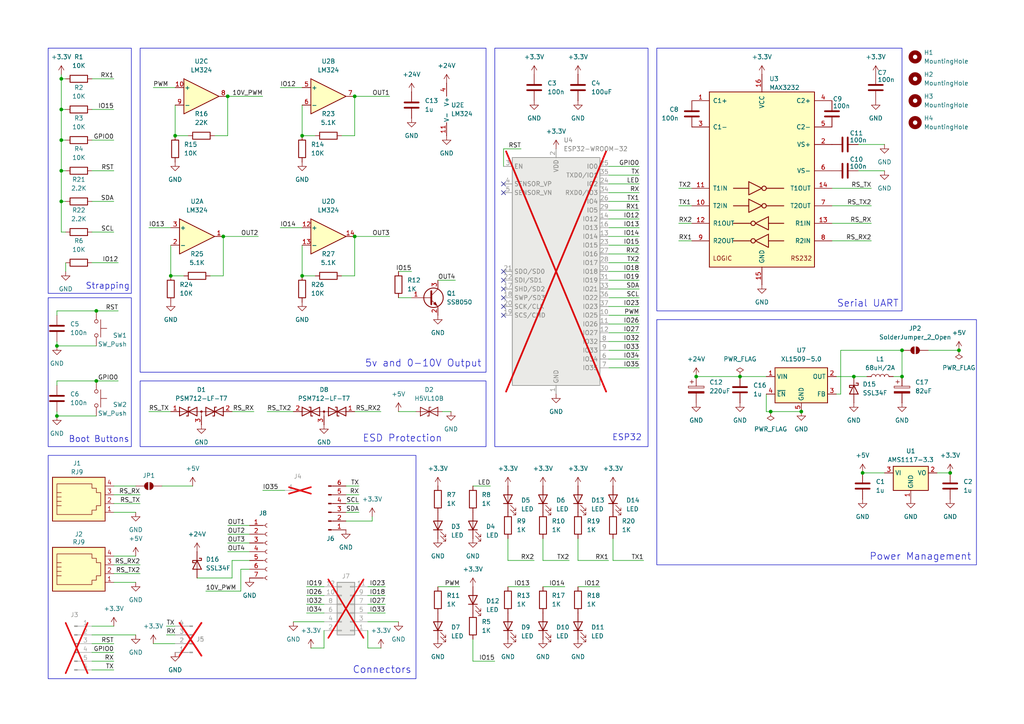
<source format=kicad_sch>
(kicad_sch (version 20250114) (generator "eeschema") (generator_version "9.0")
  (paper "A4")
  (rectangle (start 13.97 86.36) (end 38.1 129.54))
  (rectangle (start 40.64 110.49) (end 140.97 129.54))
  (rectangle (start 190.5 13.97) (end 261.62 90.17))
  (rectangle (start 13.97 13.97) (end 38.1 85.09))
  (rectangle (start 40.64 13.97) (end 140.97 107.95))
  (rectangle (start 143.51 13.97) (end 187.96 129.54))
  (rectangle (start 13.97 132.08) (end 120.65 196.85))
  (rectangle (start 190.5 92.71) (end 283.21 163.83))
  (text "ESP32" (at 181.864 127 0) (effects (font (size 1.778 1.778))))
  (text "5v and 0-10V Output" (at 139.7 106.68 0) (effects (font (size 2.032 2.032)) (justify right bottom)))
  (text "Boot Buttons" (at 28.702 127.508 0) (effects (font (size 1.778 1.778))))
  (text "Strapping" (at 31.242 83.058 0) (effects (font (size 1.778 1.778))))
  (text "Power Management" (at 266.954 161.544 0) (effects (font (size 2.032 2.032))))
  (text "Serial UART" (at 251.714 88.138 0) (effects (font (size 2.032 2.032))))
  (text "Connectors" (at 119.38 195.58 0) (effects (font (size 2.032 2.032)) (justify right bottom)))
  (text "ESD Protection" (at 105.156 127.254 0) (effects (font (size 2.032 2.032)) (justify left)))
  (junction (at 16.51 120.65))
  (junction (at 16.51 100.33))
  (junction (at 17.78 58.42))
  (junction (at 50.8 39.37))
  (junction (at 223.52 119.38))
  (junction (at 17.78 49.53))
  (junction (at 261.62 101.6))
  (junction (at 261.62 109.22))
  (junction (at 232.41 119.38))
  (junction (at 201.93 109.22))
  (junction (at 87.63 39.37))
  (junction (at 64.77 68.58))
  (junction (at 17.78 22.86))
  (junction (at 278.13 101.6))
  (junction (at 27.94 90.17))
  (junction (at 17.78 31.75))
  (junction (at 66.04 27.94))
  (junction (at 17.78 40.64))
  (junction (at 87.63 80.01))
  (junction (at 27.94 110.49))
  (junction (at 214.63 109.22))
  (junction (at 49.53 80.01))
  (junction (at 275.59 137.16))
  (junction (at 247.65 109.22))
  (junction (at 250.19 137.16))
  (junction (at 102.87 27.94))
  (junction (at 102.87 68.58))
  (no_connect (at 146.05 55.88))
  (no_connect (at 146.05 91.44))
  (no_connect (at 146.05 86.36))
  (no_connect (at 146.05 78.74))
  (no_connect (at 146.05 88.9))
  (no_connect (at 146.05 83.82))
  (no_connect (at 146.05 81.28))
  (no_connect (at 146.05 53.34))
  (wire (pts (xy 147.32 162.56) (xy 147.32 156.21)))
  (wire (pts (xy 261.62 109.22) (xy 261.62 101.6)))
  (wire (pts (xy 33.02 168.91) (xy 39.37 168.91)))
  (wire (pts (xy 176.53 162.56) (xy 167.64 162.56)))
  (wire (pts (xy 100.33 140.97) (xy 104.14 140.97)))
  (wire (pts (xy 176.53 55.88) (xy 185.42 55.88)))
  (wire (pts (xy 271.78 137.16) (xy 275.59 137.16)))
  (wire (pts (xy 57.15 167.64) (xy 67.31 167.64)))
  (wire (pts (xy 110.49 119.38) (xy 102.87 119.38)))
  (wire (pts (xy 64.77 80.01) (xy 64.77 68.58)))
  (wire (pts (xy 143.51 191.77) (xy 137.16 191.77)))
  (wire (pts (xy 77.47 119.38) (xy 85.09 119.38)))
  (wire (pts (xy 173.99 170.18) (xy 167.64 170.18)))
  (wire (pts (xy 176.53 91.44) (xy 185.42 91.44)))
  (wire (pts (xy 248.92 41.91) (xy 256.54 41.91)))
  (wire (pts (xy 69.85 165.1) (xy 72.39 165.1)))
  (wire (pts (xy 26.67 184.15) (xy 39.37 184.15)))
  (wire (pts (xy 26.67 194.31) (xy 33.02 194.31)))
  (wire (pts (xy 93.98 187.96) (xy 93.98 182.88)))
  (wire (pts (xy 50.8 39.37) (xy 50.8 30.48)))
  (wire (pts (xy 223.52 119.38) (xy 232.41 119.38)))
  (wire (pts (xy 60.96 80.01) (xy 64.77 80.01)))
  (wire (pts (xy 67.31 162.56) (xy 72.39 162.56)))
  (wire (pts (xy 133.35 170.18) (xy 127 170.18)))
  (wire (pts (xy 62.23 39.37) (xy 66.04 39.37)))
  (wire (pts (xy 88.9 172.72) (xy 93.98 172.72)))
  (wire (pts (xy 50.8 181.61) (xy 48.26 181.61)))
  (wire (pts (xy 66.04 152.4) (xy 72.39 152.4)))
  (wire (pts (xy 100.33 143.51) (xy 104.14 143.51)))
  (wire (pts (xy 90.17 187.96) (xy 93.98 187.96)))
  (wire (pts (xy 241.3 69.85) (xy 252.73 69.85)))
  (wire (pts (xy 153.67 170.18) (xy 147.32 170.18)))
  (wire (pts (xy 222.25 119.38) (xy 223.52 119.38)))
  (wire (pts (xy 44.45 25.4) (xy 50.8 25.4)))
  (wire (pts (xy 26.67 76.2) (xy 34.29 76.2)))
  (wire (pts (xy 113.03 27.94) (xy 102.87 27.94)))
  (wire (pts (xy 176.53 60.96) (xy 185.42 60.96)))
  (wire (pts (xy 26.67 49.53) (xy 33.02 49.53)))
  (wire (pts (xy 43.18 119.38) (xy 49.53 119.38)))
  (wire (pts (xy 167.64 162.56) (xy 167.64 156.21)))
  (wire (pts (xy 151.13 43.18) (xy 146.05 43.18)))
  (wire (pts (xy 19.05 67.31) (xy 17.78 67.31)))
  (wire (pts (xy 111.76 172.72) (xy 106.68 172.72)))
  (wire (pts (xy 242.57 109.22) (xy 247.65 109.22)))
  (wire (pts (xy 40.64 146.05) (xy 33.02 146.05)))
  (wire (pts (xy 17.78 67.31) (xy 17.78 58.42)))
  (wire (pts (xy 176.53 63.5) (xy 185.42 63.5)))
  (wire (pts (xy 176.53 73.66) (xy 185.42 73.66)))
  (wire (pts (xy 93.98 175.26) (xy 88.9 175.26)))
  (wire (pts (xy 33.02 148.59) (xy 39.37 148.59)))
  (wire (pts (xy 16.51 120.65) (xy 27.94 120.65)))
  (wire (pts (xy 99.06 39.37) (xy 102.87 39.37)))
  (wire (pts (xy 26.67 22.86) (xy 33.02 22.86)))
  (wire (pts (xy 176.53 86.36) (xy 185.42 86.36)))
  (wire (pts (xy 76.2 27.94) (xy 66.04 27.94)))
  (wire (pts (xy 40.64 163.83) (xy 33.02 163.83)))
  (wire (pts (xy 33.02 161.29) (xy 39.37 161.29)))
  (wire (pts (xy 106.68 177.8) (xy 111.76 177.8)))
  (wire (pts (xy 26.67 186.69) (xy 33.02 186.69)))
  (wire (pts (xy 27.94 90.17) (xy 16.51 90.17)))
  (wire (pts (xy 50.8 186.69) (xy 44.45 186.69)))
  (wire (pts (xy 157.48 162.56) (xy 157.48 156.21)))
  (wire (pts (xy 259.08 109.22) (xy 261.62 109.22)))
  (wire (pts (xy 111.76 170.18) (xy 106.68 170.18)))
  (wire (pts (xy 59.69 171.45) (xy 69.85 171.45)))
  (wire (pts (xy 120.65 119.38) (xy 115.57 119.38)))
  (wire (pts (xy 26.67 181.61) (xy 33.02 181.61)))
  (wire (pts (xy 185.42 78.74) (xy 176.53 78.74)))
  (wire (pts (xy 87.63 39.37) (xy 87.63 30.48)))
  (wire (pts (xy 185.42 81.28) (xy 176.53 81.28)))
  (wire (pts (xy 278.13 101.6) (xy 269.24 101.6)))
  (wire (pts (xy 186.69 162.56) (xy 177.8 162.56)))
  (wire (pts (xy 81.28 25.4) (xy 87.63 25.4)))
  (wire (pts (xy 66.04 160.02) (xy 72.39 160.02)))
  (wire (pts (xy 40.64 166.37) (xy 33.02 166.37)))
  (wire (pts (xy 69.85 165.1) (xy 69.85 171.45)))
  (wire (pts (xy 19.05 22.86) (xy 17.78 22.86)))
  (wire (pts (xy 88.9 170.18) (xy 93.98 170.18)))
  (wire (pts (xy 106.68 180.34) (xy 115.57 180.34)))
  (wire (pts (xy 17.78 58.42) (xy 17.78 49.53)))
  (wire (pts (xy 185.42 101.6) (xy 176.53 101.6)))
  (wire (pts (xy 27.94 110.49) (xy 34.29 110.49)))
  (wire (pts (xy 214.63 109.22) (xy 222.25 109.22)))
  (wire (pts (xy 73.66 119.38) (xy 67.31 119.38)))
  (wire (pts (xy 67.31 167.64) (xy 67.31 162.56)))
  (wire (pts (xy 163.83 170.18) (xy 157.48 170.18)))
  (wire (pts (xy 16.51 111.76) (xy 16.51 110.49)))
  (wire (pts (xy 17.78 31.75) (xy 19.05 31.75)))
  (wire (pts (xy 34.29 90.17) (xy 27.94 90.17)))
  (wire (pts (xy 66.04 154.94) (xy 72.39 154.94)))
  (wire (pts (xy 196.85 64.77) (xy 200.66 64.77)))
  (wire (pts (xy 176.53 53.34) (xy 185.42 53.34)))
  (wire (pts (xy 137.16 191.77) (xy 137.16 185.42)))
  (wire (pts (xy 196.85 54.61) (xy 200.66 54.61)))
  (wire (pts (xy 16.51 100.33) (xy 27.94 100.33)))
  (wire (pts (xy 16.51 110.49) (xy 27.94 110.49)))
  (wire (pts (xy 243.84 101.6) (xy 243.84 114.3)))
  (wire (pts (xy 33.02 31.75) (xy 26.67 31.75)))
  (wire (pts (xy 185.42 88.9) (xy 176.53 88.9)))
  (wire (pts (xy 165.1 162.56) (xy 157.48 162.56)))
  (wire (pts (xy 106.68 187.96) (xy 106.68 182.88)))
  (wire (pts (xy 16.51 100.33) (xy 16.51 99.06)))
  (wire (pts (xy 33.02 140.97) (xy 39.37 140.97)))
  (wire (pts (xy 66.04 39.37) (xy 66.04 27.94)))
  (wire (pts (xy 261.62 101.6) (xy 243.84 101.6)))
  (wire (pts (xy 176.53 83.82) (xy 185.42 83.82)))
  (wire (pts (xy 17.78 40.64) (xy 17.78 31.75)))
  (wire (pts (xy 115.57 78.74) (xy 119.38 78.74)))
  (wire (pts (xy 99.06 80.01) (xy 102.87 80.01)))
  (wire (pts (xy 16.51 119.38) (xy 16.51 120.65)))
  (wire (pts (xy 26.67 191.77) (xy 33.02 191.77)))
  (wire (pts (xy 50.8 39.37) (xy 54.61 39.37)))
  (wire (pts (xy 176.53 71.12) (xy 185.42 71.12)))
  (wire (pts (xy 222.25 114.3) (xy 222.25 119.38)))
  (wire (pts (xy 176.53 76.2) (xy 185.42 76.2)))
  (wire (pts (xy 85.09 180.34) (xy 93.98 180.34)))
  (wire (pts (xy 16.51 90.17) (xy 16.51 91.44)))
  (wire (pts (xy 185.42 93.98) (xy 176.53 93.98)))
  (wire (pts (xy 241.3 54.61) (xy 252.73 54.61)))
  (wire (pts (xy 146.05 43.18) (xy 146.05 48.26)))
  (wire (pts (xy 76.2 142.24) (xy 82.55 142.24)))
  (wire (pts (xy 104.14 148.59) (xy 100.33 148.59)))
  (wire (pts (xy 176.53 68.58) (xy 185.42 68.58)))
  (wire (pts (xy 176.53 66.04) (xy 185.42 66.04)))
  (wire (pts (xy 107.95 151.13) (xy 100.33 151.13)))
  (wire (pts (xy 241.3 59.69) (xy 252.73 59.69)))
  (wire (pts (xy 17.78 21.59) (xy 17.78 22.86)))
  (wire (pts (xy 19.05 78.74) (xy 19.05 76.2)))
  (wire (pts (xy 87.63 80.01) (xy 87.63 71.12)))
  (wire (pts (xy 128.27 119.38) (xy 130.81 119.38)))
  (wire (pts (xy 154.94 162.56) (xy 147.32 162.56)))
  (wire (pts (xy 201.93 109.22) (xy 214.63 109.22)))
  (wire (pts (xy 106.68 175.26) (xy 111.76 175.26)))
  (wire (pts (xy 87.63 39.37) (xy 91.44 39.37)))
  (wire (pts (xy 176.53 58.42) (xy 185.42 58.42)))
  (wire (pts (xy 19.05 40.64) (xy 17.78 40.64)))
  (wire (pts (xy 33.02 40.64) (xy 26.67 40.64)))
  (wire (pts (xy 49.53 80.01) (xy 53.34 80.01)))
  (wire (pts (xy 185.42 104.14) (xy 176.53 104.14)))
  (wire (pts (xy 241.3 64.77) (xy 252.73 64.77)))
  (wire (pts (xy 26.67 189.23) (xy 33.02 189.23)))
  (wire (pts (xy 113.03 68.58) (xy 102.87 68.58)))
  (wire (pts (xy 26.67 58.42) (xy 33.02 58.42)))
  (wire (pts (xy 19.05 49.53) (xy 17.78 49.53)))
  (wire (pts (xy 247.65 109.22) (xy 251.46 109.22)))
  (wire (pts (xy 49.53 80.01) (xy 49.53 71.12)))
  (wire (pts (xy 17.78 22.86) (xy 17.78 31.75)))
  (wire (pts (xy 46.99 140.97) (xy 55.88 140.97)))
  (wire (pts (xy 119.38 86.36) (xy 115.57 86.36)))
  (wire (pts (xy 43.18 66.04) (xy 49.53 66.04)))
  (wire (pts (xy 142.24 140.97) (xy 137.16 140.97)))
  (wire (pts (xy 196.85 69.85) (xy 200.66 69.85)))
  (wire (pts (xy 107.95 149.86) (xy 107.95 151.13)))
  (wire (pts (xy 243.84 114.3) (xy 242.57 114.3)))
  (wire (pts (xy 93.98 177.8) (xy 88.9 177.8)))
  (wire (pts (xy 81.28 66.04) (xy 87.63 66.04)))
  (wire (pts (xy 17.78 49.53) (xy 17.78 40.64)))
  (wire (pts (xy 248.92 49.53) (xy 256.54 49.53)))
  (wire (pts (xy 104.14 146.05) (xy 100.33 146.05)))
  (wire (pts (xy 176.53 48.26) (xy 185.42 48.26)))
  (wire (pts (xy 66.04 157.48) (xy 72.39 157.48)))
  (wire (pts (xy 87.63 80.01) (xy 91.44 80.01)))
  (wire (pts (xy 177.8 162.56) (xy 177.8 156.21)))
  (wire (pts (xy 102.87 80.01) (xy 102.87 68.58)))
  (wire (pts (xy 110.49 187.96) (xy 106.68 187.96)))
  (wire (pts (xy 17.78 58.42) (xy 19.05 58.42)))
  (wire (pts (xy 176.53 50.8) (xy 185.42 50.8)))
  (wire (pts (xy 74.93 68.58) (xy 64.77 68.58)))
  (wire (pts (xy 200.66 59.69) (xy 196.85 59.69)))
  (wire (pts (xy 50.8 184.15) (xy 48.26 184.15)))
  (wire (pts (xy 26.67 67.31) (xy 33.02 67.31)))
  (wire (pts (xy 40.64 143.51) (xy 33.02 143.51)))
  (wire (pts (xy 250.19 137.16) (xy 256.54 137.16)))
  (wire (pts (xy 185.42 99.06) (xy 176.53 99.06)))
  (wire (pts (xy 185.42 106.68) (xy 176.53 106.68)))
  (wire (pts (xy 102.87 39.37) (xy 102.87 27.94)))
  (wire (pts (xy 127 81.28) (xy 132.08 81.28)))
  (wire (pts (xy 185.42 96.52) (xy 176.53 96.52)))
  (label "RX" (at 48.26 184.15 0))
  (label "IO33" (at 185.42 101.6 180))
  (label "IO13" (at 153.67 170.18 180))
  (label "OUT2" (at 66.04 154.94 0))
  (label "RX2" (at 185.42 73.66 180))
  (label "RST" (at 33.02 186.69 180))
  (label "GPIO0" (at 34.29 110.49 180))
  (label "OUT4" (at 66.04 160.02 0))
  (label "PWM" (at 133.35 170.18 180))
  (label "RST" (at 33.02 49.53 180))
  (label "IO23" (at 111.76 170.18 180))
  (label "RS_TX2" (at 252.73 59.69 180))
  (label "IO33" (at 111.76 177.8 180))
  (label "RS_TX" (at 252.73 54.61 180))
  (label "RS_TX2" (at 77.47 119.38 0))
  (label "IO34" (at 88.9 177.8 0))
  (label "IO27" (at 185.42 96.52 180))
  (label "IO14" (at 163.83 170.18 180))
  (label "TX" (at 33.02 194.31 180))
  (label "SDA" (at 185.42 83.82 180))
  (label "LED" (at 185.42 53.34 180))
  (label "IO32" (at 185.42 99.06 180))
  (label "IO35" (at 185.42 106.68 180))
  (label "IO15" (at 185.42 71.12 180))
  (label "TX" (at 104.14 140.97 180))
  (label "IO26" (at 185.42 93.98 180))
  (label "RX1" (at 185.42 60.96 180))
  (label "IO13" (at 43.18 66.04 0))
  (label "IO35" (at 76.2 142.24 0))
  (label "OUT3" (at 66.04 157.48 0))
  (label "IO19" (at 88.9 170.18 0))
  (label "IO18" (at 185.42 78.74 180))
  (label "RX1" (at 176.53 162.56 180))
  (label "RS_RX" (at 40.64 143.51 180))
  (label "SCL" (at 185.42 86.36 180))
  (label "RS_RX" (at 252.73 64.77 180))
  (label "OUT3" (at 113.03 68.58 180))
  (label "TX1" (at 186.69 162.56 180))
  (label "TX2" (at 196.85 54.61 0))
  (label "IO19" (at 185.42 81.28 180))
  (label "RX2" (at 154.94 162.56 180))
  (label "RX" (at 33.02 191.77 180))
  (label "OUT4" (at 132.08 81.28 180))
  (label "SDA" (at 33.02 58.42 180))
  (label "GPIO0" (at 185.42 48.26 180))
  (label "RX" (at 185.42 55.88 180))
  (label "IO32" (at 88.9 175.26 0))
  (label "RS_RX2" (at 40.64 163.83 180))
  (label "OUT1" (at 113.03 27.94 180))
  (label "PWM" (at 44.45 25.4 0))
  (label "RS_TX2" (at 40.64 166.37 180))
  (label "LED" (at 142.24 140.97 180))
  (label "RS_RX2" (at 110.49 119.38 180))
  (label "RX1" (at 33.02 22.86 180))
  (label "RS_TX" (at 40.64 146.05 180))
  (label "RX2" (at 196.85 64.77 0))
  (label "IO12" (at 185.42 63.5 180))
  (label "TX2" (at 165.1 162.56 180))
  (label "IO14" (at 185.42 68.58 180))
  (label "GPIO0" (at 33.02 40.64 180))
  (label "RX1" (at 196.85 69.85 0))
  (label "IO23" (at 185.42 88.9 180))
  (label "IO15" (at 143.51 191.77 180))
  (label "RX" (at 104.14 143.51 180))
  (label "SCL" (at 104.14 146.05 180))
  (label "TX1" (at 185.42 58.42 180))
  (label "PWM" (at 185.42 91.44 180))
  (label "RS_RX" (at 73.66 119.38 180))
  (label "IO26" (at 88.9 172.72 0))
  (label "OUT2" (at 74.93 68.58 180))
  (label "RST" (at 34.29 90.17 180))
  (label "IO18" (at 111.76 172.72 180))
  (label "SDA" (at 104.14 148.59 180))
  (label "OUT1" (at 66.04 152.4 0))
  (label "IO12" (at 34.29 76.2 180))
  (label "IO27" (at 111.76 175.26 180))
  (label "IO34" (at 185.42 104.14 180))
  (label "IO12" (at 173.99 170.18 180))
  (label "RS_TX" (at 43.18 119.38 0))
  (label "TX2" (at 185.42 76.2 180))
  (label "IO13" (at 185.42 66.04 180))
  (label "IO15" (at 119.38 78.74 180))
  (label "GPIO0" (at 33.02 189.23 180))
  (label "TX1" (at 196.85 59.69 0))
  (label "10V_PWM" (at 76.2 27.94 180))
  (label "IO14" (at 81.28 66.04 0))
  (label "RST" (at 151.13 43.18 180))
  (label "TX" (at 185.42 50.8 180))
  (label "IO12" (at 81.28 25.4 0))
  (label "RS_RX2" (at 252.73 69.85 180))
  (label "SCL" (at 33.02 67.31 180))
  (label "10V_PWM" (at 59.69 171.45 0))
  (label "IO15" (at 33.02 31.75 180))
  (label "TX" (at 48.26 181.61 0))
  (symbol (lib_id "Device:L") (at 255.27 109.22 90) (unit 1)
    (property "Reference" "L1" (at 255.27 104.14 90))
    (property "Value" "68uH/2A" (at 255.27 106.68 90))
    (property "Footprint" "Inductor_SMD:L_APV_APH0850" (effects (hide yes)))
    (property "Description" "Inductor" (effects (hide yes)))
    (property "LCSC" "C41415633" (effects (hide yes)))
  )
  (symbol (lib_id "power:GND") (at 127 156.21 0) (unit 1)
    (property "Reference" "#PWR023" (effects (hide yes)))
    (property "Value" "GND" (at 127 161.29 0))
    (property "Description" "Power symbol creates a global label with name \"GND\" , ground" (effects (hide yes)))
  )
  (symbol (lib_id "power:+3.3V") (at 254 21.59 0) (unit 1)
    (property "Reference" "#PWR043" (effects (hide yes)))
    (property "Value" "+3.3V" (at 254 16.51 0))
    (property "Description" "Power symbol creates a global label with name \"+3.3V\"" (effects (hide yes)))
  )
  (symbol (lib_id "power:GND") (at 115.57 180.34 0) (unit 1)
    (property "Reference" "#PWR065" (effects (hide yes)))
    (property "Value" "GND" (at 115.57 185.42 0))
    (property "Description" "Power symbol creates a global label with name \"GND\" , ground" (effects (hide yes)))
  )
  (symbol (lib_id "power:+3.3V") (at 157.48 140.97 0) (unit 1)
    (property "Reference" "#PWR027" (effects (hide yes)))
    (property "Value" "+3.3V" (at 157.48 135.89 0))
    (property "Description" "Power symbol creates a global label with name \"+3.3V\"" (effects (hide yes)))
  )
  (symbol (lib_id "power:GND") (at 264.16 144.78 0) (unit 1)
    (property "Reference" "#PWR06" (effects (hide yes)))
    (property "Value" "GND" (at 264.16 149.86 0))
    (property "Description" "Power symbol creates a global label with name \"GND\" , ground" (effects (hide yes)))
  )
  (symbol (lib_id "power:GND") (at 232.41 119.38 0) (unit 1)
    (property "Reference" "#PWR071" (effects (hide yes)))
    (property "Value" "GND" (at 232.41 124.46 0))
    (property "Description" "Power symbol creates a global label with name \"GND\" , ground" (effects (hide yes)))
  )
  (symbol (lib_id "Device:R") (at 49.53 83.82 180) (unit 1)
    (property "Reference" "R24" (at 52.07 82.5499 0) (effects (justify right)))
    (property "Value" "10K" (at 52.07 85.0899 0) (effects (justify right)))
    (property "Footprint" "Resistor_SMD:R_0402_1005Metric" (effects (hide yes)))
    (property "Description" "Resistor" (effects (hide yes)))
    (property "LCSC" "C25744" (effects (hide yes)))
  )
  (symbol (lib_id "Device:R") (at 87.63 43.18 180) (unit 1)
    (property "Reference" "R14" (at 90.17 41.9099 0) (effects (justify right)))
    (property "Value" "10K" (at 90.17 44.4499 0) (effects (justify right)))
    (property "Footprint" "Resistor_SMD:R_0402_1005Metric" (effects (hide yes)))
    (property "Description" "Resistor" (effects (hide yes)))
    (property "LCSC" "C25744" (effects (hide yes)))
  )
  (symbol (lib_id "Device:D_Schottky") (at 247.65 113.03 270) (unit 1)
    (property "Reference" "D15" (at 250.19 111.4424 90) (effects (justify left)))
    (property "Value" "SSL34F" (at 250.19 113.9824 90) (effects (justify left)))
    (property "Footprint" "Diode_SMD:D_SMA" (effects (hide yes)))
    (property "Description" "Schottky diode" (effects (hide yes)))
    (property "LCSC" "C28646282" (effects (hide yes)))
  )
  (symbol (lib_id "power:GND") (at 127 185.42 0) (unit 1)
    (property "Reference" "#PWR028" (effects (hide yes)))
    (property "Value" "GND" (at 127 190.5 0))
    (property "Description" "Power symbol creates a global label with name \"GND\" , ground" (effects (hide yes)))
  )
  (symbol (lib_id "Device:C") (at 275.59 140.97 0) (unit 1)
    (property "Reference" "C2" (at 279.4 139.6999 0) (effects (justify left)))
    (property "Value" "1u" (at 279.4 142.2399 0) (effects (justify left)))
    (property "Footprint" "Capacitor_SMD:C_0402_1005Metric" (effects (hide yes)))
    (property "Description" "Unpolarized capacitor" (effects (hide yes)))
    (property "LCSC" "C52923" (effects (hide yes)))
  )
  (symbol (lib_id "power:GND") (at 58.42 123.19 0) (unit 1)
    (property "Reference" "#PWR051" (effects (hide yes)))
    (property "Value" "GND" (at 58.42 128.27 0))
    (property "Description" "Power symbol creates a global label with name \"GND\" , ground" (effects (hide yes)))
  )
  (symbol (lib_id "power:+3.3V") (at 275.59 137.16 0) (unit 1)
    (property "Reference" "#PWR02" (effects (hide yes)))
    (property "Value" "+3.3V" (at 275.59 132.08 0))
    (property "Description" "Power symbol creates a global label with name \"+3.3V\"" (effects (hide yes)))
  )
  (symbol (lib_id "Mechanical:MountingHole") (at 265.43 35.56 0) (unit 1) (in_bom no)
    (property "Reference" "H4" (at 267.97 34.2899 0) (effects (justify left)))
    (property "Value" "MountingHole" (at 267.97 36.8299 0) (effects (justify left)))
    (property "Footprint" "MountingHole:MountingHole_3.2mm_M3" (effects (hide yes)))
    (property "Description" "Mounting Hole without connection" (effects (hide yes)))
  )
  (symbol (lib_id "power:GND") (at 256.54 49.53 0) (unit 1)
    (property "Reference" "#PWR031" (effects (hide yes)))
    (property "Value" "GND" (at 256.54 54.61 0))
    (property "Description" "Power symbol creates a global label with name \"GND\" , ground" (effects (hide yes)))
  )
  (symbol (lib_id "Device:C") (at 200.66 33.02 0) (mirror y) (unit 1)
    (property "Reference" "C8" (at 196.85 31.7499 0) (effects (justify left)))
    (property "Value" "100n" (at 196.85 34.2899 0) (effects (justify left)))
    (property "Footprint" "Capacitor_SMD:C_0402_1005Metric" (effects (hide yes)))
    (property "Description" "Unpolarized capacitor" (effects (hide yes)))
    (property "LCSC" "C307331" (effects (hide yes)))
  )
  (symbol (lib_id "power:+3.3V") (at 177.8 140.97 0) (unit 1)
    (property "Reference" "#PWR064" (effects (hide yes)))
    (property "Value" "+3.3V" (at 177.8 135.89 0))
    (property "Description" "Power symbol creates a global label with name \"+3.3V\"" (effects (hide yes)))
  )
  (symbol (lib_id "power:+3.3V") (at 110.49 187.96 0) (unit 1)
    (property "Reference" "#PWR067" (effects (hide yes)))
    (property "Value" "+3.3V" (at 110.49 182.88 0))
    (property "Description" "Power symbol creates a global label with name \"+3.3V\"" (effects (hide yes)))
  )
  (symbol (lib_id "power:+3.3V") (at 137.16 170.18 0) (unit 1)
    (property "Reference" "#PWR029" (effects (hide yes)))
    (property "Value" "+3.3V" (at 137.16 165.1 0))
    (property "Description" "Power symbol creates a global label with name \"+3.3V\"" (effects (hide yes)))
  )
  (symbol (lib_id "Switch:SW_Push") (at 27.94 95.25 270) (unit 1)
    (property "Reference" "SW1" (at 36.83 97.282 90) (effects (justify right)))
    (property "Value" "SW_Push" (at 36.83 99.822 90) (effects (justify right)))
    (property "Footprint" "Button_Switch_SMD:SW_Push_1P1T_XKB_TS-1187A" (effects (hide yes)))
    (property "Description" "Push button switch, generic, two pins" (effects (hide yes)))
    (property "LCSC" "C318884" (effects (hide yes)))
  )
  (symbol (lib_id "power:+3.3V") (at 167.64 140.97 0) (unit 1)
    (property "Reference" "#PWR054" (effects (hide yes)))
    (property "Value" "+3.3V" (at 167.64 135.89 0))
    (property "Description" "Power symbol creates a global label with name \"+3.3V\"" (effects (hide yes)))
  )
  (symbol (lib_id "Device:LED") (at 157.48 181.61 90) (unit 1)
    (property "Reference" "D10" (at 161.29 181.9274 90) (effects (justify right)))
    (property "Value" "LED" (at 161.29 184.4674 90) (effects (justify right)))
    (property "Footprint" "LED_SMD:LED_0603_1608Metric" (effects (hide yes)))
    (property "Description" "Light emitting diode" (effects (hide yes)))
    (property "Sim.Pins" "1=K 2=A" (effects (hide yes)))
    (property "LCSC" "C2286" (effects (hide yes)))
  )
  (symbol (lib_id "power:+3.3V") (at 167.64 21.59 0) (unit 1)
    (property "Reference" "#PWR011" (effects (hide yes)))
    (property "Value" "+3.3V" (at 167.64 16.51 0))
    (property "Description" "Power symbol creates a global label with name \"+3.3V\"" (effects (hide yes)))
  )
  (symbol (lib_id "Regulator_Linear:AMS1117-3.3") (at 264.16 137.16 0) (unit 1)
    (property "Reference" "U1" (at 264.16 130.81 0))
    (property "Value" "AMS1117-3.3" (at 264.16 133.35 0))
    (property "Footprint" "Package_TO_SOT_SMD:SOT-223-3_TabPin2" (effects (hide yes)))
    (property "Datasheet" "http://www.advanced-monolithic.com/pdf/ds1117.pdf" (effects (hide yes)))
    (property "Description" "1A Low Dropout regulator, positive, 3.3V fixed output, SOT-223" (effects (hide yes)))
    (property "LCSC" "C6186" (effects (hide yes)))
  )
  (symbol (lib_id "power:GND") (at 119.38 34.29 0) (unit 1)
    (property "Reference" "#PWR010" (effects (hide yes)))
    (property "Value" "GND" (at 119.38 39.37 0))
    (property "Description" "Power symbol creates a global label with name \"GND\" , ground" (effects (hide yes)))
  )
  (symbol (lib_id "power:GND") (at 214.63 116.84 0) (unit 1)
    (property "Reference" "#PWR072" (effects (hide yes)))
    (property "Value" "GND" (at 214.63 121.92 0))
    (property "Description" "Power symbol creates a global label with name \"GND\" , ground" (effects (hide yes)))
  )
  (symbol (lib_id "power:GND") (at 39.37 168.91 0) (unit 1)
    (property "Reference" "#PWR049" (effects (hide yes)))
    (property "Value" "GND" (at 39.37 173.99 0))
    (property "Description" "Power symbol creates a global label with name \"GND\" , ground" (effects (hide yes)))
  )
  (symbol (lib_id "Device:R") (at 137.16 181.61 180) (unit 1)
    (property "Reference" "R5" (at 139.7 180.3399 0) (effects (justify right)))
    (property "Value" "1K" (at 139.7 182.8799 0) (effects (justify right)))
    (property "Footprint" "Resistor_SMD:R_0402_1005Metric" (effects (hide yes)))
    (property "Description" "Resistor" (effects (hide yes)))
    (property "LCSC" "C11702" (effects (hide yes)))
  )
  (symbol (lib_id "power:GND") (at 201.93 116.84 0) (unit 1)
    (property "Reference" "#PWR073" (effects (hide yes)))
    (property "Value" "GND" (at 201.93 121.92 0))
    (property "Description" "Power symbol creates a global label with name \"GND\" , ground" (effects (hide yes)))
  )
  (symbol (lib_id "Device:R") (at 157.48 173.99 180) (unit 1)
    (property "Reference" "R17" (at 160.02 172.7199 0) (effects (justify right)))
    (property "Value" "1K" (at 160.02 175.2599 0) (effects (justify right)))
    (property "Footprint" "Resistor_SMD:R_0402_1005Metric" (effects (hide yes)))
    (property "Description" "Resistor" (effects (hide yes)))
    (property "LCSC" "C11702" (effects (hide yes)))
  )
  (symbol (lib_id "Device:R") (at 115.57 82.55 180) (unit 1)
    (property "Reference" "R12" (at 118.11 81.2799 0) (effects (justify right)))
    (property "Value" "1K" (at 118.11 83.8199 0) (effects (justify right)))
    (property "Footprint" "Resistor_SMD:R_0402_1005Metric" (effects (hide yes)))
    (property "Description" "Resistor" (effects (hide yes)))
    (property "LCSC" "C11702" (effects (hide yes)))
  )
  (symbol (lib_id "Device:LED") (at 127 152.4 90) (unit 1)
    (property "Reference" "D3" (at 130.81 152.7174 90) (effects (justify right)))
    (property "Value" "LED" (at 130.81 155.2574 90) (effects (justify right)))
    (property "Footprint" "LED_SMD:LED_0603_1608Metric" (effects (hide yes)))
    (property "Description" "Light emitting diode" (effects (hide yes)))
    (property "Sim.Pins" "1=K 2=A" (effects (hide yes)))
    (property "LCSC" "C2286" (effects (hide yes)))
  )
  (symbol (lib_id "Device:R") (at 87.63 83.82 180) (unit 1)
    (property "Reference" "R26" (at 90.17 82.5499 0) (effects (justify right)))
    (property "Value" "10K" (at 90.17 85.0899 0) (effects (justify right)))
    (property "Footprint" "Resistor_SMD:R_0402_1005Metric" (effects (hide yes)))
    (property "Description" "Resistor" (effects (hide yes)))
    (property "LCSC" "C25744" (effects (hide yes)))
  )
  (symbol (lib_id "power:+3.3V") (at 33.02 181.61 0) (unit 1)
    (property "Reference" "#PWR019" (effects (hide yes)))
    (property "Value" "+3.3V" (at 33.02 176.53 0))
    (property "Description" "Power symbol creates a global label with name \"+3.3V\"" (effects (hide yes)))
  )
  (symbol (lib_id "Device:R") (at 157.48 152.4 180) (unit 1)
    (property "Reference" "R10" (at 160.02 151.1299 0) (effects (justify right)))
    (property "Value" "1K" (at 160.02 153.6699 0) (effects (justify right)))
    (property "Footprint" "Resistor_SMD:R_0402_1005Metric" (effects (hide yes)))
    (property "Description" "Resistor" (effects (hide yes)))
    (property "LCSC" "C11702" (effects (hide yes)))
  )
  (symbol (lib_id "Device:C") (at 16.51 115.57 0) (unit 1)
    (property "Reference" "C6" (at 20.32 114.2999 0) (effects (justify left)))
    (property "Value" "100n" (at 20.32 116.8399 0) (effects (justify left)))
    (property "Footprint" "Capacitor_SMD:C_0402_1005Metric" (effects (hide yes)))
    (property "Description" "Unpolarized capacitor" (effects (hide yes)))
    (property "LCSC" "C307331" (effects (hide yes)))
  )
  (symbol (lib_id "power:GND") (at 137.16 156.21 0) (unit 1)
    (property "Reference" "#PWR025" (effects (hide yes)))
    (property "Value" "GND" (at 137.16 161.29 0))
    (property "Description" "Power symbol creates a global label with name \"GND\" , ground" (effects (hide yes)))
  )
  (symbol (lib_id "power:GND") (at 87.63 87.63 0) (unit 1)
    (property "Reference" "#PWR047" (effects (hide yes)))
    (property "Value" "GND" (at 87.63 92.71 0))
    (property "Description" "Power symbol creates a global label with name \"GND\" , ground" (effects (hide yes)))
  )
  (symbol (lib_id "Device:LED") (at 127 181.61 90) (unit 1)
    (property "Reference" "D7" (at 130.81 181.9274 90) (effects (justify right)))
    (property "Value" "LED" (at 130.81 184.4674 90) (effects (justify right)))
    (property "Footprint" "LED_SMD:LED_0603_1608Metric" (effects (hide yes)))
    (property "Description" "Light emitting diode" (effects (hide yes)))
    (property "Sim.Pins" "1=K 2=A" (effects (hide yes)))
    (property "LCSC" "C2286" (effects (hide yes)))
  )
  (symbol (lib_id "Transistor_BJT:SS8050") (at 124.46 86.36 0) (unit 1)
    (property "Reference" "Q1" (at 129.54 85.0899 0) (effects (justify left)))
    (property "Value" "SS8050" (at 129.54 87.6299 0) (effects (justify left)))
    (property "Footprint" "Package_TO_SOT_SMD:SOT-23" (effects (hide yes)))
    (property "Datasheet" "http://www.secosgmbh.com/datasheet/products/SSMPTransistor/SOT-23/SS8050.pdf" (effects (hide yes)))
    (property "Description" "General Purpose NPN Transistor, 1.5A Ic, 25V Vce, SOT-23" (effects (hide yes)))
    (property "LCSC" "C431710" (effects (hide yes)))
  )
  (symbol (lib_id "power:GND") (at 157.48 185.42 0) (unit 1)
    (property "Reference" "#PWR060" (effects (hide yes)))
    (property "Value" "GND" (at 157.48 190.5 0))
    (property "Description" "Power symbol creates a global label with name \"GND\" , ground" (effects (hide yes)))
  )
  (symbol (lib_id "Device:R") (at 95.25 80.01 270) (unit 1)
    (property "Reference" "R27" (at 95.25 73.66 90))
    (property "Value" "5.1K" (at 95.25 76.2 90))
    (property "Footprint" "Resistor_SMD:R_0402_1005Metric" (effects (hide yes)))
    (property "Description" "Resistor" (effects (hide yes)))
    (property "LCSC" "C25905" (effects (hide yes)))
  )
  (symbol (lib_id "power:GND") (at 39.37 148.59 0) (unit 1)
    (property "Reference" "#PWR030" (effects (hide yes)))
    (property "Value" "GND" (at 39.37 153.67 0))
    (property "Description" "Power symbol creates a global label with name \"GND\" , ground" (effects (hide yes)))
  )
  (symbol (lib_id "power:PWR_FLAG") (at 214.63 109.22 0) (unit 1)
    (property "Reference" "#FLG01" (effects (hide yes)))
    (property "Value" "PWR_FLAG" (at 214.63 104.14 0))
    (property "Description" "Special symbol for telling ERC where power comes from" (effects (hide yes)))
  )
  (symbol (lib_id "Mechanical:MountingHole") (at 265.43 16.51 0) (unit 1) (in_bom no)
    (property "Reference" "H1" (at 267.97 15.2399 0) (effects (justify left)))
    (property "Value" "MountingHole" (at 267.97 17.7799 0) (effects (justify left)))
    (property "Footprint" "MountingHole:MountingHole_3.2mm_M3" (effects (hide yes)))
    (property "Description" "Mounting Hole without connection" (effects (hide yes)))
  )
  (symbol (lib_id "Device:C") (at 154.94 25.4 0) (unit 1)
    (property "Reference" "C3" (at 158.75 24.1299 0) (effects (justify left)))
    (property "Value" "100n" (at 158.75 26.6699 0) (effects (justify left)))
    (property "Footprint" "Capacitor_SMD:C_0402_1005Metric" (effects (hide yes)))
    (property "Description" "Unpolarized capacitor" (effects (hide yes)))
    (property "LCSC" "C307331" (effects (hide yes)))
  )
  (symbol (lib_id "power:+3.3V") (at 154.94 21.59 0) (unit 1)
    (property "Reference" "#PWR03" (effects (hide yes)))
    (property "Value" "+3.3V" (at 154.94 16.51 0))
    (property "Description" "Power symbol creates a global label with name \"+3.3V\"" (effects (hide yes)))
  )
  (symbol (lib_id "Amplifier_Operational:LM324") (at 95.25 68.58 0) (unit 4)
    (property "Reference" "U2" (at 95.25 58.42 0))
    (property "Value" "LM324" (at 95.25 60.96 0))
    (property "Footprint" "Package_SO:SOIC-14_3.9x8.7mm_P1.27mm" (effects (hide yes)))
    (property "Datasheet" "http://www.ti.com/lit/ds/symlink/lm2902-n.pdf" (effects (hide yes)))
    (property "Description" "Low-Power, Quad-Operational Amplifiers, DIP-14/SOIC-14/SSOP-14" (effects (hide yes)))
    (property "LCSC" "C71035" (effects (hide yes)))
  )
  (symbol (lib_id "power:GND") (at 161.29 114.3 0) (unit 1)
    (property "Reference" "#PWR021" (effects (hide yes)))
    (property "Value" "GND" (at 161.29 119.38 0))
    (property "Description" "Power symbol creates a global label with name \"GND\" , ground" (effects (hide yes)))
  )
  (symbol (lib_id "power:GND") (at 50.8 189.23 0) (mirror y) (unit 1)
    (property "Reference" "#PWR018" (effects (hide yes)))
    (property "Value" "GND" (at 50.8 194.31 0))
    (property "Description" "Power symbol creates a global label with name \"GND\" , ground" (effects (hide yes)))
  )
  (symbol (lib_id "Connector:Conn_01x04_Pin") (at 55.88 186.69 180) (unit 1) (in_bom no) (dnp yes)
    (property "Reference" "J5" (at 56.896 185.42 0) (effects (justify right)))
    (property "Value" "Conn_01x04_Pin" (effects (hide yes)))
    (property "Footprint" "Connector_PinHeader_2.54mm:PinHeader_1x04_P2.54mm_Vertical" (effects (hide yes)))
    (property "Description" "Generic connector, single row, 01x04, script generated" (effects (hide yes)))
  )
  (symbol (lib_id "power:GND") (at 19.05 78.74 0) (unit 1)
    (property "Reference" "#PWR015" (effects (hide yes)))
    (property "Value" "GND" (at 19.05 83.82 0))
    (property "Description" "Power symbol creates a global label with name \"GND\" , ground" (effects (hide yes)))
  )
  (symbol (lib_id "Device:C") (at 254 25.4 0) (unit 1)
    (property "Reference" "C7" (at 254.508 21.082 0) (effects (justify left)))
    (property "Value" "100n" (at 254.508 23.114 0) (effects (justify left)))
    (property "Footprint" "Capacitor_SMD:C_0402_1005Metric" (effects (hide yes)))
    (property "Description" "Unpolarized capacitor" (effects (hide yes)))
    (property "LCSC" "C307331" (effects (hide yes)))
  )
  (symbol (lib_id "power:GND") (at 72.39 167.64 0) (unit 1)
    (property "Reference" "#PWR042" (effects (hide yes)))
    (property "Value" "GND" (at 72.39 172.72 0))
    (property "Description" "Power symbol creates a global label with name \"GND\" , ground" (effects (hide yes)))
  )
  (symbol (lib_id "Device:C") (at 245.11 49.53 90) (unit 1)
    (property "Reference" "C10" (at 248.412 46.228 90))
    (property "Value" "100n" (at 248.92 48.26 90))
    (property "Footprint" "Capacitor_SMD:C_0402_1005Metric" (effects (hide yes)))
    (property "Description" "Unpolarized capacitor" (effects (hide yes)))
    (property "LCSC" "C307331" (effects (hide yes)))
  )
  (symbol (lib_id "Device:LED") (at 137.16 173.99 90) (unit 1)
    (property "Reference" "D12" (at 140.97 174.3074 90) (effects (justify right)))
    (property "Value" "LED" (at 140.97 176.8474 90) (effects (justify right)))
    (property "Footprint" "LED_SMD:LED_0603_1608Metric" (effects (hide yes)))
    (property "Description" "Light emitting diode" (effects (hide yes)))
    (property "Sim.Pins" "1=K 2=A" (effects (hide yes)))
    (property "LCSC" "C2286" (effects (hide yes)))
  )
  (symbol (lib_id "power:GND") (at 39.37 184.15 0) (unit 1)
    (property "Reference" "#PWR020" (effects (hide yes)))
    (property "Value" "GND" (at 39.37 189.23 0))
    (property "Description" "Power symbol creates a global label with name \"GND\" , ground" (effects (hide yes)))
  )
  (symbol (lib_id "Device:C") (at 241.3 33.02 0) (unit 1)
    (property "Reference" "C9" (at 241.554 28.702 0) (effects (justify left)))
    (property "Value" "100n" (at 241.554 30.734 0) (effects (justify left)))
    (property "Footprint" "Capacitor_SMD:C_0402_1005Metric" (effects (hide yes)))
    (property "Description" "Unpolarized capacitor" (effects (hide yes)))
    (property "LCSC" "C307331" (effects (hide yes)))
  )
  (symbol (lib_id "Amplifier_Operational:LM324") (at 58.42 27.94 0) (unit 3)
    (property "Reference" "U2" (at 58.42 17.78 0))
    (property "Value" "LM324" (at 58.42 20.32 0))
    (property "Footprint" "Package_SO:SOIC-14_3.9x8.7mm_P1.27mm" (effects (hide yes)))
    (property "Datasheet" "http://www.ti.com/lit/ds/symlink/lm2902-n.pdf" (effects (hide yes)))
    (property "Description" "Low-Power, Quad-Operational Amplifiers, DIP-14/SOIC-14/SSOP-14" (effects (hide yes)))
    (property "LCSC" "C71035" (effects (hide yes)))
  )
  (symbol (lib_id "Connector:Conn_01x01_Pin") (at 87.63 142.24 0) (mirror y) (unit 1) (in_bom no) (dnp yes)
    (property "Reference" "J4" (at 86.36 138.176 0))
    (property "Value" "Conn_01x01_Pin" (effects (hide yes)))
    (property "Footprint" "Connector_PinHeader_2.54mm:PinHeader_1x01_P2.54mm_Vertical" (effects (hide yes)))
    (property "Description" "Generic connector, single row, 01x01, script generated" (effects (hide yes)))
  )
  (symbol (lib_id "power:PWR_FLAG") (at 278.13 101.6 180) (unit 1)
    (property "Reference" "#FLG02" (effects (hide yes)))
    (property "Value" "PWR_FLAG" (at 278.13 106.68 0))
    (property "Description" "Special symbol for telling ERC where power comes from" (effects (hide yes)))
  )
  (symbol (lib_id "Device:LED") (at 177.8 144.78 90) (unit 1)
    (property "Reference" "D14" (at 181.61 145.0974 90) (effects (justify right)))
    (property "Value" "LED" (at 181.61 147.6374 90) (effects (justify right)))
    (property "Footprint" "LED_SMD:LED_0603_1608Metric" (effects (hide yes)))
    (property "Description" "Light emitting diode" (effects (hide yes)))
    (property "Sim.Pins" "1=K 2=A" (effects (hide yes)))
    (property "LCSC" "C2286" (effects (hide yes)))
  )
  (symbol (lib_id "power:+5V") (at 115.57 119.38 0) (unit 1)
    (property "Reference" "#PWR052" (effects (hide yes)))
    (property "Value" "+5V" (at 115.57 114.3 0))
    (property "Description" "Power symbol creates a global label with name \"+5V\"" (effects (hide yes)))
  )
  (symbol (lib_id "power:GND") (at 256.54 41.91 0) (unit 1)
    (property "Reference" "#PWR044" (effects (hide yes)))
    (property "Value" "GND" (at 256.54 46.99 0))
    (property "Description" "Power symbol creates a global label with name \"GND\" , ground" (effects (hide yes)))
  )
  (symbol (lib_id "power:GND") (at 50.8 46.99 0) (unit 1)
    (property "Reference" "#PWR063" (effects (hide yes)))
    (property "Value" "GND" (at 50.8 52.07 0))
    (property "Description" "Power symbol creates a global label with name \"GND\" , ground" (effects (hide yes)))
  )
  (symbol (lib_id "Connector:Conn_01x06_Pin") (at 95.25 148.59 0) (mirror x) (unit 1)
    (property "Reference" "J6" (at 95.885 156.21 0))
    (property "Value" "Conn_01x06_Pin" (effects (hide yes)))
    (property "Footprint" "Connector_JST:JST_XH_B6B-XH-A_1x06_P2.50mm_Vertical" (effects (hide yes)))
    (property "Description" "Generic connector, single row, 01x06, script generated" (effects (hide yes)))
  )
  (symbol (lib_id "Device:R") (at 137.16 144.78 180) (unit 1)
    (property "Reference" "R8" (at 139.7 143.5099 0) (effects (justify right)))
    (property "Value" "1K" (at 139.7 146.0499 0) (effects (justify right)))
    (property "Footprint" "Resistor_SMD:R_0402_1005Metric" (effects (hide yes)))
    (property "Description" "Resistor" (effects (hide yes)))
    (property "LCSC" "C11702" (effects (hide yes)))
  )
  (symbol (lib_id "Device:LED") (at 167.64 144.78 90) (unit 1)
    (property "Reference" "D13" (at 171.45 145.0974 90) (effects (justify right)))
    (property "Value" "LED" (at 171.45 147.6374 90) (effects (justify right)))
    (property "Footprint" "LED_SMD:LED_0603_1608Metric" (effects (hide yes)))
    (property "Description" "Light emitting diode" (effects (hide yes)))
    (property "Sim.Pins" "1=K 2=A" (effects (hide yes)))
    (property "LCSC" "C2286" (effects (hide yes)))
  )
  (symbol (lib_id "power:GND") (at 100.33 153.67 0) (unit 1)
    (property "Reference" "#PWR04" (effects (hide yes)))
    (property "Value" "GND" (at 100.33 158.75 0))
    (property "Description" "Power symbol creates a global label with name \"GND\" , ground" (effects (hide yes)))
  )
  (symbol (lib_id "Amplifier_Operational:LM324") (at 57.15 68.58 0) (unit 1)
    (property "Reference" "U2" (at 57.15 58.42 0))
    (property "Value" "LM324" (at 57.15 60.96 0))
    (property "Footprint" "Package_SO:SOIC-14_3.9x8.7mm_P1.27mm" (effects (hide yes)))
    (property "Datasheet" "http://www.ti.com/lit/ds/symlink/lm2902-n.pdf" (effects (hide yes)))
    (property "Description" "Low-Power, Quad-Operational Amplifiers, DIP-14/SOIC-14/SSOP-14" (effects (hide yes)))
    (property "LCSC" "C71035" (effects (hide yes)))
  )
  (symbol (lib_id "Device:LED") (at 157.48 144.78 90) (unit 1)
    (property "Reference" "D6" (at 161.29 145.0974 90) (effects (justify right)))
    (property "Value" "LED" (at 161.29 147.6374 90) (effects (justify right)))
    (property "Footprint" "LED_SMD:LED_0603_1608Metric" (effects (hide yes)))
    (property "Description" "Light emitting diode" (effects (hide yes)))
    (property "Sim.Pins" "1=K 2=A" (effects (hide yes)))
    (property "LCSC" "C2286" (effects (hide yes)))
  )
  (symbol (lib_id "Connector:RJ9") (at 22.86 166.37 0) (unit 1)
    (property "Reference" "J2" (at 22.86 154.94 0))
    (property "Value" "RJ9" (at 22.86 157.226 0))
    (property "Footprint" "lib:RJ9-TH-623K-4P4CGRAYBOUNDLESS" (effects (hide yes)))
    (property "Description" "RJ connector, 4P4C (4 positions 4 connected)" (effects (hide yes)))
  )
  (symbol (lib_id "Device:C") (at 250.19 140.97 0) (unit 1)
    (property "Reference" "C1" (at 254 139.6999 0) (effects (justify left)))
    (property "Value" "1u" (at 254 142.2399 0) (effects (justify left)))
    (property "Footprint" "Capacitor_SMD:C_0402_1005Metric" (effects (hide yes)))
    (property "Description" "Unpolarized capacitor" (effects (hide yes)))
    (property "LCSC" "C52923" (effects (hide yes)))
  )
  (symbol (lib_id "power:GND") (at 275.59 144.78 0) (unit 1)
    (property "Reference" "#PWR07" (effects (hide yes)))
    (property "Value" "GND" (at 275.59 149.86 0))
    (property "Description" "Power symbol creates a global label with name \"GND\" , ground" (effects (hide yes)))
  )
  (symbol (lib_id "Connector:RJ9") (at 22.86 146.05 0) (unit 1)
    (property "Reference" "J1" (at 22.352 134.366 0))
    (property "Value" "RJ9" (at 22.352 136.906 0))
    (property "Footprint" "lib:RJ9-TH-623K-4P4CGRAYBOUNDLESS" (effects (hide yes)))
    (property "Description" "RJ connector, 4P4C (4 positions 4 connected)" (effects (hide yes)))
  )
  (symbol (lib_id "power:GND") (at 167.64 185.42 0) (unit 1)
    (property "Reference" "#PWR061" (effects (hide yes)))
    (property "Value" "GND" (at 167.64 190.5 0))
    (property "Description" "Power symbol creates a global label with name \"GND\" , ground" (effects (hide yes)))
  )
  (symbol (lib_id "power:GND") (at 127 91.44 0) (unit 1)
    (property "Reference" "#PWR082" (effects (hide yes)))
    (property "Value" "GND" (at 127 96.52 0))
    (property "Description" "Power symbol creates a global label with name \"GND\" , ground" (effects (hide yes)))
  )
  (symbol (lib_id "Connector:Conn_01x07_Socket") (at 77.47 160.02 0) (unit 1)
    (property "Reference" "J8" (at 77.47 148.844 0) (effects (justify right)))
    (property "Value" "Conn_01x07_Socket" (effects (hide yes)))
    (property "Footprint" "Connector_JST:JST_XH_B7B-XH-A_1x07_P2.50mm_Vertical" (effects (hide yes)))
    (property "Description" "Generic connector, single row, 01x07, script generated" (effects (hide yes)))
  )
  (symbol (lib_id "Device:C") (at 214.63 113.03 0) (unit 1)
    (property "Reference" "C16" (at 218.44 111.7599 0) (effects (justify left)))
    (property "Value" "1u" (at 218.44 114.2999 0) (effects (justify left)))
    (property "Footprint" "Capacitor_SMD:C_1206_3216Metric" (effects (hide yes)))
    (property "Description" "Unpolarized capacitor" (effects (hide yes)))
    (property "LCSC" "C1848" (effects (hide yes)))
  )
  (symbol (lib_id "Device:D_Schottky") (at 57.15 163.83 270) (unit 1)
    (property "Reference" "D16" (at 59.69 162.2424 90) (effects (justify left)))
    (property "Value" "SSL34F" (at 59.69 164.7824 90) (effects (justify left)))
    (property "Footprint" "Diode_SMD:D_SMA" (effects (hide yes)))
    (property "Description" "Schottky diode" (effects (hide yes)))
    (property "LCSC" "C28646282" (effects (hide yes)))
  )
  (symbol (lib_id "Device:C_Polarized") (at 261.62 113.03 0) (unit 1)
    (property "Reference" "C17" (at 265.43 110.8709 0) (effects (justify left)))
    (property "Value" "82uF" (at 265.43 113.4109 0) (effects (justify left)))
    (property "Footprint" "Capacitor_THT:CP_Radial_D10.0mm_P2.50mm_P5.00mm" (effects (hide yes)))
    (property "Description" "Polarized capacitor" (effects (hide yes)))
  )
  (symbol (lib_id "power:GND") (at 129.54 39.37 0) (unit 1)
    (property "Reference" "#PWR035" (effects (hide yes)))
    (property "Value" "GND" (at 129.54 44.45 0))
    (property "Description" "Power symbol creates a global label with name \"GND\" , ground" (effects (hide yes)))
  )
  (symbol (lib_id "Device:R") (at 22.86 22.86 90) (unit 1)
    (property "Reference" "R1" (at 22.86 16.51 90))
    (property "Value" "10K" (at 22.86 19.05 90))
    (property "Footprint" "Resistor_SMD:R_0402_1005Metric" (effects (hide yes)))
    (property "Description" "Resistor" (effects (hide yes)))
    (property "LCSC" "C25744" (effects (hide yes)))
  )
  (symbol (lib_id "Device:R") (at 22.86 49.53 90) (unit 1)
    (property "Reference" "R4" (at 22.86 43.18 90))
    (property "Value" "10K" (at 22.86 45.72 90))
    (property "Footprint" "Resistor_SMD:R_0402_1005Metric" (effects (hide yes)))
    (property "Description" "Resistor" (effects (hide yes)))
    (property "LCSC" "C25744" (effects (hide yes)))
  )
  (symbol (lib_id "power:+5V") (at 278.13 101.6 0) (unit 1)
    (property "Reference" "#PWR076" (effects (hide yes)))
    (property "Value" "+5V" (at 278.13 96.52 0))
    (property "Description" "Power symbol creates a global label with name \"+5V\"" (effects (hide yes)))
  )
  (symbol (lib_id "power:+3.3V") (at 220.98 21.59 0) (unit 1)
    (property "Reference" "#PWR039" (effects (hide yes)))
    (property "Value" "+3.3V" (at 220.98 16.51 0))
    (property "Description" "Power symbol creates a global label with name \"+3.3V\"" (effects (hide yes)))
  )
  (symbol (lib_id "power:+24V") (at 119.38 26.67 0) (unit 1)
    (property "Reference" "#PWR013" (effects (hide yes)))
    (property "Value" "+24V" (at 119.38 21.59 0))
    (property "Description" "Power symbol creates a global label with name \"+24V\"" (effects (hide yes)))
  )
  (symbol (lib_id "Device:C") (at 167.64 25.4 0) (unit 1)
    (property "Reference" "C4" (at 171.45 24.1299 0) (effects (justify left)))
    (property "Value" "100uF" (at 171.45 26.6699 0) (effects (justify left)))
    (property "Footprint" "Capacitor_SMD:C_1206_3216Metric" (effects (hide yes)))
    (property "Description" "Unpolarized capacitor" (effects (hide yes)))
    (property "LCSC" "C15008" (effects (hide yes)))
  )
  (symbol (lib_id "power:GND") (at 167.64 29.21 0) (unit 1)
    (property "Reference" "#PWR014" (effects (hide yes)))
    (property "Value" "GND" (at 167.64 34.29 0))
    (property "Description" "Power symbol creates a global label with name \"GND\" , ground" (effects (hide yes)))
  )
  (symbol (lib_id "Device:C") (at 119.38 30.48 0) (unit 1)
    (property "Reference" "C13" (at 123.19 29.2099 0) (effects (justify left)))
    (property "Value" "1u" (at 123.19 31.7499 0) (effects (justify left)))
    (property "Footprint" "Capacitor_SMD:C_1206_3216Metric" (effects (hide yes)))
    (property "Description" "Unpolarized capacitor" (effects (hide yes)))
    (property "LCSC" "C1848" (effects (hide yes)))
  )
  (symbol (lib_id "power:+3.3V") (at 90.17 187.96 0) (unit 1)
    (property "Reference" "#PWR066" (effects (hide yes)))
    (property "Value" "+3.3V" (at 90.17 182.88 0))
    (property "Description" "Power symbol creates a global label with name \"+3.3V\"" (effects (hide yes)))
  )
  (symbol (lib_id "Diode:ESD9B3.3ST5G") (at 124.46 119.38 0) (unit 1)
    (property "Reference" "D2" (at 124.46 113.03 0))
    (property "Value" "H5VL10B" (at 124.46 115.57 0))
    (property "Footprint" "Diode_SMD:D_SOD-882" (effects (hide yes)))
    (property "Description" "5A 50W 10V 5.6V Bidirectional 5V DFN1006-2L ESD and Surge Protection" (effects (hide yes)))
    (property "LCSC" "C7420372" (effects (hide yes)))
  )
  (symbol (lib_id "power:+3.3V") (at 127 140.97 0) (unit 1)
    (property "Reference" "#PWR024" (effects (hide yes)))
    (property "Value" "+3.3V" (at 127 135.89 0))
    (property "Description" "Power symbol creates a global label with name \"+3.3V\"" (effects (hide yes)))
  )
  (symbol (lib_id "power:GND") (at 261.62 116.84 0) (unit 1)
    (property "Reference" "#PWR079" (effects (hide yes)))
    (property "Value" "GND" (at 261.62 121.92 0))
    (property "Description" "Power symbol creates a global label with name \"GND\" , ground" (effects (hide yes)))
  )
  (symbol (lib_id "Device:R") (at 22.86 31.75 90) (unit 1)
    (property "Reference" "R2" (at 22.86 25.4 90))
    (property "Value" "10K" (at 22.86 27.94 90))
    (property "Footprint" "Resistor_SMD:R_0402_1005Metric" (effects (hide yes)))
    (property "Description" "Resistor" (effects (hide yes)))
    (property "LCSC" "C25744" (effects (hide yes)))
  )
  (symbol (lib_id "Device:R") (at 57.15 80.01 270) (unit 1)
    (property "Reference" "R25" (at 57.15 73.66 90))
    (property "Value" "5.1K" (at 57.15 76.2 90))
    (property "Footprint" "Resistor_SMD:R_0402_1005Metric" (effects (hide yes)))
    (property "Description" "Resistor" (effects (hide yes)))
    (property "LCSC" "C25905" (effects (hide yes)))
  )
  (symbol (lib_id "RF_Module:ESP32-WROOM-32") (at 161.29 78.74 0) (unit 1) (in_bom no) (dnp yes)
    (property "Reference" "U4" (at 163.4333 40.64 0) (effects (justify left)))
    (property "Value" "ESP32-WROOM-32" (at 163.4333 43.18 0) (effects (justify left)))
    (property "Footprint" "lib:ESP32-WROOM-32" (effects (hide yes)))
    (property "Datasheet" "https://www.espressif.com/sites/default/files/documentation/esp32-wroom-32_datasheet_en.pdf" (effects (hide yes)))
    (property "Description" "RF Module, ESP32-D0WDQ6 SoC, Wi-Fi 802.11b/g/n, Bluetooth, BLE, 32-bit, 2.7-3.6V, onboard antenna, SMD" (effects (hide yes)))
  )
  (symbol (lib_id "Device:R") (at 127 173.99 180) (unit 1)
    (property "Reference" "R11" (at 129.54 172.7199 0) (effects (justify right)))
    (property "Value" "1K" (at 129.54 175.2599 0) (effects (justify right)))
    (property "Footprint" "Resistor_SMD:R_0402_1005Metric" (effects (hide yes)))
    (property "Description" "Resistor" (effects (hide yes)))
    (property "LCSC" "C11702" (effects (hide yes)))
  )
  (symbol (lib_id "Connector:Conn_01x06_Pin") (at 21.59 186.69 0) (unit 1) (in_bom no) (dnp yes)
    (property "Reference" "J3" (at 21.59 178.308 0))
    (property "Value" "Conn_01x06_Pin" (effects (hide yes)))
    (property "Footprint" "lib:PinHeader_1x06_P2.00mm_Vertical_locking" (effects (hide yes)))
    (property "Description" "Generic connector, single row, 01x06, script generated" (effects (hide yes)))
  )
  (symbol (lib_id "power:GND") (at 254 29.21 0) (unit 1)
    (property "Reference" "#PWR045" (effects (hide yes)))
    (property "Value" "GND" (at 254 34.29 0))
    (property "Description" "Power symbol creates a global label with name \"GND\" , ground" (effects (hide yes)))
  )
  (symbol (lib_id "Device:R") (at 167.64 152.4 180) (unit 1)
    (property "Reference" "R19" (at 170.18 151.1299 0) (effects (justify right)))
    (property "Value" "1K" (at 170.18 153.6699 0) (effects (justify right)))
    (property "Footprint" "Resistor_SMD:R_0402_1005Metric" (effects (hide yes)))
    (property "Description" "Resistor" (effects (hide yes)))
    (property "LCSC" "C11702" (effects (hide yes)))
  )
  (symbol (lib_id "Device:R") (at 22.86 76.2 90) (unit 1)
    (property "Reference" "R6" (at 22.86 69.85 90))
    (property "Value" "10K" (at 22.86 72.39 90))
    (property "Footprint" "Resistor_SMD:R_0402_1005Metric" (effects (hide yes)))
    (property "Description" "Resistor" (effects (hide yes)))
    (property "LCSC" "C25744" (effects (hide yes)))
  )
  (symbol (lib_id "power:GND") (at 220.98 82.55 0) (unit 1)
    (property "Reference" "#PWR040" (effects (hide yes)))
    (property "Value" "GND" (at 220.98 87.63 0))
    (property "Description" "Power symbol creates a global label with name \"GND\" , ground" (effects (hide yes)))
  )
  (symbol (lib_id "Device:C") (at 245.11 41.91 90) (unit 1)
    (property "Reference" "C11" (at 248.412 38.608 90))
    (property "Value" "100n" (at 248.92 40.64 90))
    (property "Footprint" "Capacitor_SMD:C_0402_1005Metric" (effects (hide yes)))
    (property "Description" "Unpolarized capacitor" (effects (hide yes)))
    (property "LCSC" "C307331" (effects (hide yes)))
  )
  (symbol (lib_id "Device:R") (at 167.64 173.99 180) (unit 1)
    (property "Reference" "R18" (at 170.18 172.7199 0) (effects (justify right)))
    (property "Value" "1K" (at 170.18 175.2599 0) (effects (justify right)))
    (property "Footprint" "Resistor_SMD:R_0402_1005Metric" (effects (hide yes)))
    (property "Description" "Resistor" (effects (hide yes)))
    (property "LCSC" "C11702" (effects (hide yes)))
  )
  (symbol (lib_id "Device:C") (at 16.51 95.25 0) (unit 1)
    (property "Reference" "C5" (at 20.32 93.9799 0) (effects (justify left)))
    (property "Value" "100n" (at 20.32 96.5199 0) (effects (justify left)))
    (property "Footprint" "Capacitor_SMD:C_0402_1005Metric" (effects (hide yes)))
    (property "Description" "Unpolarized capacitor" (effects (hide yes)))
    (property "LCSC" "C307331" (effects (hide yes)))
  )
  (symbol (lib_id "power:+5V") (at 55.88 140.97 0) (unit 1)
    (property "Reference" "#PWR036" (effects (hide yes)))
    (property "Value" "+5V" (at 55.88 135.89 0))
    (property "Description" "Power symbol creates a global label with name \"+5V\"" (effects (hide yes)))
  )
  (symbol (lib_id "Amplifier_Operational:LM324") (at 95.25 27.94 0) (unit 2)
    (property "Reference" "U2" (at 95.25 17.78 0))
    (property "Value" "LM324" (at 95.25 20.32 0))
    (property "Footprint" "Package_SO:SOIC-14_3.9x8.7mm_P1.27mm" (effects (hide yes)))
    (property "Datasheet" "http://www.ti.com/lit/ds/symlink/lm2902-n.pdf" (effects (hide yes)))
    (property "Description" "Low-Power, Quad-Operational Amplifiers, DIP-14/SOIC-14/SSOP-14" (effects (hide yes)))
    (property "LCSC" "C71035" (effects (hide yes)))
  )
  (symbol (lib_id "power:GND") (at 49.53 87.63 0) (unit 1)
    (property "Reference" "#PWR034" (effects (hide yes)))
    (property "Value" "GND" (at 49.53 92.71 0))
    (property "Description" "Power symbol creates a global label with name \"GND\" , ground" (effects (hide yes)))
  )
  (symbol (lib_id "Device:D_TVS_Dual_AAC") (at 58.42 119.38 0) (unit 1)
    (property "Reference" "D1" (at 58.42 113.03 0))
    (property "Value" "PSM712-LF-T7" (at 58.42 115.57 0))
    (property "Footprint" "Package_TO_SOT_SMD:SOT-23" (effects (hide yes)))
    (property "Description" "Bidirectional dual transient-voltage-suppression diode, center on pin 3" (effects (hide yes)))
    (property "LCSC" "C32677" (effects (hide yes)))
  )
  (symbol (lib_id "Device:R") (at 177.8 152.4 180) (unit 1)
    (property "Reference" "R20" (at 180.34 151.1299 0) (effects (justify right)))
    (property "Value" "1K" (at 180.34 153.6699 0) (effects (justify right)))
    (property "Footprint" "Resistor_SMD:R_0402_1005Metric" (effects (hide yes)))
    (property "Description" "Resistor" (effects (hide yes)))
    (property "LCSC" "C11702" (effects (hide yes)))
  )
  (symbol (lib_id "Device:R") (at 147.32 152.4 180) (unit 1)
    (property "Reference" "R9" (at 149.86 151.1299 0) (effects (justify right)))
    (property "Value" "1K" (at 149.86 153.6699 0) (effects (justify right)))
    (property "Footprint" "Resistor_SMD:R_0402_1005Metric" (effects (hide yes)))
    (property "Description" "Resistor" (effects (hide yes)))
    (property "LCSC" "C11702" (effects (hide yes)))
  )
  (symbol (lib_id "Device:D_TVS_Dual_AAC") (at 93.98 119.38 0) (mirror y) (unit 1)
    (property "Reference" "D8" (at 93.98 113.03 0))
    (property "Value" "PSM712-LF-T7" (at 93.98 115.57 0))
    (property "Footprint" "Package_TO_SOT_SMD:SOT-23" (effects (hide yes)))
    (property "Description" "Bidirectional dual transient-voltage-suppression diode, center on pin 3" (effects (hide yes)))
    (property "LCSC" "C32677" (effects (hide yes)))
  )
  (symbol (lib_id "Device:LED") (at 137.16 152.4 90) (unit 1)
    (property "Reference" "D4" (at 140.97 152.7174 90) (effects (justify right)))
    (property "Value" "LED" (at 140.97 155.2574 90) (effects (justify right)))
    (property "Footprint" "LED_SMD:LED_0603_1608Metric" (effects (hide yes)))
    (property "Description" "Light emitting diode" (effects (hide yes)))
    (property "Sim.Pins" "1=K 2=A" (effects (hide yes)))
    (property "LCSC" "C2286" (effects (hide yes)))
  )
  (symbol (lib_id "power:GND") (at 250.19 144.78 0) (unit 1)
    (property "Reference" "#PWR05" (effects (hide yes)))
    (property "Value" "GND" (at 250.19 149.86 0))
    (property "Description" "Power symbol creates a global label with name \"GND\" , ground" (effects (hide yes)))
  )
  (symbol (lib_id "power:GND") (at 87.63 46.99 0) (unit 1)
    (property "Reference" "#PWR033" (effects (hide yes)))
    (property "Value" "GND" (at 87.63 52.07 0))
    (property "Description" "Power symbol creates a global label with name \"GND\" , ground" (effects (hide yes)))
  )
  (symbol (lib_id "power:+3.3V") (at 17.78 21.59 0) (unit 1)
    (property "Reference" "#PWR012" (effects (hide yes)))
    (property "Value" "+3.3V" (at 17.78 16.51 0))
    (property "Description" "Power symbol creates a global label with name \"+3.3V\"" (effects (hide yes)))
  )
  (symbol (lib_id "power:+5V") (at 39.37 161.29 0) (unit 1)
    (property "Reference" "#PWR032" (effects (hide yes)))
    (property "Value" "+5V" (at 39.37 156.21 0))
    (property "Description" "Power symbol creates a global label with name \"+5V\"" (effects (hide yes)))
  )
  (symbol (lib_id "power:GND") (at 147.32 185.42 0) (unit 1)
    (property "Reference" "#PWR041" (effects (hide yes)))
    (property "Value" "GND" (at 147.32 190.5 0))
    (property "Description" "Power symbol creates a global label with name \"GND\" , ground" (effects (hide yes)))
  )
  (symbol (lib_id "power:GND") (at 85.09 180.34 0) (unit 1)
    (property "Reference" "#PWR046" (effects (hide yes)))
    (property "Value" "GND" (at 85.09 185.42 0))
    (property "Description" "Power symbol creates a global label with name \"GND\" , ground" (effects (hide yes)))
  )
  (symbol (lib_id "Device:R") (at 127 144.78 180) (unit 1)
    (property "Reference" "R7" (at 129.54 143.5099 0) (effects (justify right)))
    (property "Value" "1K" (at 129.54 146.0499 0) (effects (justify right)))
    (property "Footprint" "Resistor_SMD:R_0402_1005Metric" (effects (hide yes)))
    (property "Description" "Resistor" (effects (hide yes)))
    (property "LCSC" "C11702" (effects (hide yes)))
  )
  (symbol (lib_id "Device:C_Polarized") (at 201.93 113.03 0) (unit 1)
    (property "Reference" "C12" (at 205.74 110.8709 0) (effects (justify left)))
    (property "Value" "220uF" (at 205.74 113.4109 0) (effects (justify left)))
    (property "Footprint" "Capacitor_THT:CP_Radial_D10.0mm_P5.00mm" (effects (hide yes)))
    (property "Description" "Polarized capacitor" (effects (hide yes)))
  )
  (symbol (lib_id "power:+3.3V") (at 44.45 186.69 0) (mirror y) (unit 1)
    (property "Reference" "#PWR017" (effects (hide yes)))
    (property "Value" "+3.3V" (at 44.45 181.61 0))
    (property "Description" "Power symbol creates a global label with name \"+3.3V\"" (effects (hide yes)))
  )
  (symbol (lib_id "power:+3.3V") (at 161.29 43.18 0) (unit 1)
    (property "Reference" "#PWR022" (effects (hide yes)))
    (property "Value" "+3.3V" (at 161.29 38.1 0))
    (property "Description" "Power symbol creates a global label with name \"+3.3V\"" (effects (hide yes)))
  )
  (symbol (lib_id "power:PWR_FLAG") (at 223.52 119.38 180) (unit 1)
    (property "Reference" "#FLG03" (effects (hide yes)))
    (property "Value" "PWR_FLAG" (at 223.52 124.46 0))
    (property "Description" "Special symbol for telling ERC where power comes from" (effects (hide yes)))
  )
  (symbol (lib_id "power:GND") (at 247.65 116.84 0) (unit 1)
    (property "Reference" "#PWR074" (effects (hide yes)))
    (property "Value" "GND" (at 247.65 121.92 0))
    (property "Description" "Power symbol creates a global label with name \"GND\" , ground" (effects (hide yes)))
  )
  (symbol (lib_id "Device:R") (at 50.8 43.18 180) (unit 1)
    (property "Reference" "R15" (at 53.34 41.9099 0) (effects (justify right)))
    (property "Value" "10K" (at 53.34 44.4499 0) (effects (justify right)))
    (property "Footprint" "Resistor_SMD:R_0402_1005Metric" (effects (hide yes)))
    (property "Description" "Resistor" (effects (hide yes)))
    (property "LCSC" "C25744" (effects (hide yes)))
  )
  (symbol (lib_id "Device:R") (at 22.86 67.31 270) (unit 1)
    (property "Reference" "R22" (at 22.86 60.96 90))
    (property "Value" "2.2K" (at 22.86 63.5 90))
    (property "Footprint" "Resistor_SMD:R_0402_1005Metric" (effects (hide yes)))
    (property "Description" "Resistor" (effects (hide yes)))
    (property "LCSC" "C25879" (effects (hide yes)))
  )
  (symbol (lib_id "Switch:SW_Push") (at 27.94 115.57 270) (unit 1)
    (property "Reference" "SW2" (at 36.83 117.348 90) (effects (justify right)))
    (property "Value" "SW_Push" (at 36.83 119.888 90) (effects (justify right)))
    (property "Footprint" "Button_Switch_SMD:SW_Push_1P1T_XKB_TS-1187A" (effects (hide yes)))
    (property "Description" "Push button switch, generic, two pins" (effects (hide yes)))
    (property "LCSC" "C318884" (effects (hide yes)))
  )
  (symbol (lib_id "Mechanical:MountingHole") (at 265.43 29.21 0) (unit 1) (in_bom no)
    (property "Reference" "H3" (at 267.97 27.9399 0) (effects (justify left)))
    (property "Value" "MountingHole" (at 267.97 30.4799 0) (effects (justify left)))
    (property "Footprint" "MountingHole:MountingHole_3.2mm_M3" (effects (hide yes)))
    (property "Description" "Mounting Hole without connection" (effects (hide yes)))
  )
  (symbol (lib_id "Device:R") (at 147.32 173.99 180) (unit 1)
    (property "Reference" "R13" (at 149.86 172.7199 0) (effects (justify right)))
    (property "Value" "1K" (at 149.86 175.2599 0) (effects (justify right)))
    (property "Footprint" "Resistor_SMD:R_0402_1005Metric" (effects (hide yes)))
    (property "Description" "Resistor" (effects (hide yes)))
    (property "LCSC" "C11702" (effects (hide yes)))
  )
  (symbol (lib_id "power:+3.3V") (at 147.32 140.97 0) (unit 1)
    (property "Reference" "#PWR026" (effects (hide yes)))
    (property "Value" "+3.3V" (at 147.32 135.89 0))
    (property "Description" "Power symbol creates a global label with name \"+3.3V\"" (effects (hide yes)))
  )
  (symbol (lib_id "power:GND") (at 130.81 119.38 0) (unit 1)
    (property "Reference" "#PWR053" (effects (hide yes)))
    (property "Value" "GND" (at 130.81 124.46 0))
    (property "Description" "Power symbol creates a global label with name \"GND\" , ground" (effects (hide yes)))
  )
  (symbol (lib_id "power:GND") (at 154.94 29.21 0) (unit 1)
    (property "Reference" "#PWR08" (effects (hide yes)))
    (property "Value" "GND" (at 154.94 34.29 0))
    (property "Description" "Power symbol creates a global label with name \"GND\" , ground" (effects (hide yes)))
  )
  (symbol (lib_id "power:+5V") (at 250.19 137.16 0) (unit 1)
    (property "Reference" "#PWR01" (effects (hide yes)))
    (property "Value" "+5V" (at 250.19 132.08 0))
    (property "Description" "Power symbol creates a global label with name \"+5V\"" (effects (hide yes)))
  )
  (symbol (lib_id "power:+24V") (at 57.15 160.02 0) (unit 1)
    (property "Reference" "#PWR048" (effects (hide yes)))
    (property "Value" "+24V" (at 57.15 154.94 0))
    (property "Description" "Power symbol creates a global label with name \"+24V\"" (effects (hide yes)))
  )
  (symbol (lib_id "Device:LED") (at 167.64 181.61 90) (unit 1)
    (property "Reference" "D11" (at 171.45 181.9274 90) (effects (justify right)))
    (property "Value" "LED" (at 171.45 184.4674 90) (effects (justify right)))
    (property "Footprint" "LED_SMD:LED_0603_1608Metric" (effects (hide yes)))
    (property "Description" "Light emitting diode" (effects (hide yes)))
    (property "Sim.Pins" "1=K 2=A" (effects (hide yes)))
    (property "LCSC" "C2286" (effects (hide yes)))
  )
  (symbol (lib_id "power:GND") (at 16.51 120.65 0) (unit 1)
    (property "Reference" "#PWR038" (effects (hide yes)))
    (property "Value" "GND" (at 16.51 125.73 0))
    (property "Description" "Power symbol creates a global label with name \"GND\" , ground" (effects (hide yes)))
  )
  (symbol (lib_id "Device:LED") (at 147.32 144.78 90) (unit 1)
    (property "Reference" "D5" (at 151.13 145.0974 90) (effects (justify right)))
    (property "Value" "LED" (at 151.13 147.6374 90) (effects (justify right)))
    (property "Footprint" "LED_SMD:LED_0603_1608Metric" (effects (hide yes)))
    (property "Description" "Light emitting diode" (effects (hide yes)))
    (property "Sim.Pins" "1=K 2=A" (effects (hide yes)))
    (property "LCSC" "C2286" (effects (hide yes)))
  )
  (symbol (lib_id "Connector_Generic:Conn_02x06_Odd_Even") (at 101.6 177.8 180) (unit 1) (in_bom no) (dnp yes)
    (property "Reference" "J7" (at 100.33 167.132 0))
    (property "Value" "Conn_02x06_Odd_Even" (effects (hide yes)))
    (property "Footprint" "Connector_PinHeader_2.54mm:PinHeader_2x06_P2.54mm_Vertical" (effects (hide yes)))
    (property "Description" "Generic connector, double row, 02x06, odd/even pin numbering scheme (row 1 odd numbers, row 2 even numbers), script generated (kicad-library-utils/schlib/autogen/connector/)" (effects (hide yes)))
  )
  (symbol (lib_id "Device:R") (at 58.42 39.37 270) (unit 1)
    (property "Reference" "R16" (at 58.42 33.02 90))
    (property "Value" "22K" (at 58.42 35.56 90))
    (property "Footprint" "Resistor_SMD:R_0402_1005Metric" (effects (hide yes)))
    (property "Description" "Resistor" (effects (hide yes)))
    (property "LCSC" "C25768" (effects (hide yes)))
  )
  (symbol (lib_id "Interface_UART:MAX3232") (at 220.98 52.07 0) (unit 1)
    (property "Reference" "U3" (at 223.1233 22.86 0) (effects (justify left)))
    (property "Value" "MAX3232" (at 223.1233 25.4 0) (effects (justify left)))
    (property "Footprint" "Package_SO:SOP-16_3.9x9.9mm_P1.27mm" (effects (hide yes)))
    (property "Datasheet" "https://datasheets.maximintegrated.com/en/ds/MAX3222-MAX3241.pdf" (effects (hide yes)))
    (property "Description" "3.0V to 5.5V, Low-Power, up to 1Mbps, True RS-232 Transceivers Using Four 0.1μF External Capacitors" (effects (hide yes)))
    (property "LCSC" "C5201633" (effects (hide yes)))
  )
  (symbol (lib_id "Jumper:SolderJumper_2_Open") (at 265.43 101.6 0) (unit 1) (in_bom no)
    (property "Reference" "JP2" (at 265.43 95.25 0))
    (property "Value" "SolderJumper_2_Open" (at 265.43 97.79 0))
    (property "Footprint" "Jumper:SolderJumper-2_P1.3mm_Open_RoundedPad1.0x1.5mm" (effects (hide yes)))
    (property "Description" "Solder Jumper, 2-pole, open" (effects (hide yes)))
  )
  (symbol (lib_id "Amplifier_Operational:LM324") (at 132.08 31.75 0) (unit 5)
    (property "Reference" "U2" (at 130.81 30.4799 0) (effects (justify left)))
    (property "Value" "LM324" (at 130.81 33.0199 0) (effects (justify left)))
    (property "Footprint" "Package_SO:SOIC-14_3.9x8.7mm_P1.27mm" (effects (hide yes)))
    (property "Datasheet" "http://www.ti.com/lit/ds/symlink/lm2902-n.pdf" (effects (hide yes)))
    (property "Description" "Low-Power, Quad-Operational Amplifiers, DIP-14/SOIC-14/SSOP-14" (effects (hide yes)))
    (property "LCSC" "C71035" (effects (hide yes)))
  )
  (symbol (lib_id "Regulator_Switching:XL1509-5.0") (at 232.41 111.76 0) (unit 1)
    (property "Reference" "U7" (at 232.41 101.6 0))
    (property "Value" "XL1509-5.0" (at 232.41 104.14 0))
    (property "Footprint" "Package_SO:SOIC-8_3.9x4.9mm_P1.27mm" (effects (hide yes)))
    (property "Datasheet" "https://datasheet.lcsc.com/lcsc/1809050422_XLSEMI-XL1509-5-0E1_C61063.pdf" (effects (hide yes)))
    (property "Description" "Buck DC/DC Converter, 2A, 5V Output Voltage, 7-40V Input Voltage" (effects (hide yes)))
    (property "LCSC" "C61063" (effects (hide yes)))
  )
  (symbol (lib_id "power:GND") (at 93.98 123.19 0) (unit 1)
    (property "Reference" "#PWR050" (effects (hide yes)))
    (property "Value" "GND" (at 93.98 128.27 0))
    (property "Description" "Power symbol creates a global label with name \"GND\" , ground" (effects (hide yes)))
  )
  (symbol (lib_id "Device:LED") (at 147.32 181.61 90) (unit 1)
    (property "Reference" "D9" (at 151.13 181.9274 90) (effects (justify right)))
    (property "Value" "LED" (at 151.13 184.4674 90) (effects (justify right)))
    (property "Footprint" "LED_SMD:LED_0603_1608Metric" (effects (hide yes)))
    (property "Description" "Light emitting diode" (effects (hide yes)))
    (property "Sim.Pins" "1=K 2=A" (effects (hide yes)))
    (property "LCSC" "C2286" (effects (hide yes)))
  )
  (symbol (lib_id "power:+24V") (at 129.54 24.13 0) (unit 1)
    (property "Reference" "#PWR037" (effects (hide yes)))
    (property "Value" "+24V" (at 129.54 19.05 0))
    (property "Description" "Power symbol creates a global label with name \"+24V\"" (effects (hide yes)))
  )
  (symbol (lib_id "power:GND") (at 16.51 100.33 0) (unit 1)
    (property "Reference" "#PWR016" (effects (hide yes)))
    (property "Value" "GND" (at 16.51 105.41 0))
    (property "Description" "Power symbol creates a global label with name \"GND\" , ground" (effects (hide yes)))
  )
  (symbol (lib_id "Jumper:SolderJumper_2_Open") (at 43.18 140.97 0) (unit 1) (in_bom no)
    (property "Reference" "JP1" (at 43.18 137.922 0))
    (property "Value" "SolderJumper_2_Open" (effects (hide yes)))
    (property "Footprint" "Jumper:SolderJumper-2_P1.3mm_Open_RoundedPad1.0x1.5mm" (effects (hide yes)))
    (property "Description" "Solder Jumper, 2-pole, open" (effects (hide yes)))
  )
  (symbol (lib_id "Device:R") (at 22.86 40.64 90) (unit 1)
    (property "Reference" "R3" (at 22.86 34.29 90))
    (property "Value" "10K" (at 22.86 36.83 90))
    (property "Footprint" "Resistor_SMD:R_0402_1005Metric" (effects (hide yes)))
    (property "Description" "Resistor" (effects (hide yes)))
    (property "LCSC" "C25744" (effects (hide yes)))
  )
  (symbol (lib_id "power:+24V") (at 201.93 109.22 0) (unit 1)
    (property "Reference" "#PWR075" (effects (hide yes)))
    (property "Value" "+24V" (at 201.93 104.14 0))
    (property "Description" "Power symbol creates a global label with name \"+24V\"" (effects (hide yes)))
  )
  (symbol (lib_id "Device:R") (at 22.86 58.42 270) (unit 1)
    (property "Reference" "R21" (at 22.86 52.07 90))
    (property "Value" "2.2K" (at 22.86 54.61 90))
    (property "Footprint" "Resistor_SMD:R_0402_1005Metric" (effects (hide yes)))
    (property "Description" "Resistor" (effects (hide yes)))
    (property "LCSC" "C25879" (effects (hide yes)))
  )
  (symbol (lib_id "Mechanical:MountingHole") (at 265.43 22.86 0) (unit 1) (in_bom no)
    (property "Reference" "H2" (at 267.97 21.5899 0) (effects (justify left)))
    (property "Value" "MountingHole" (at 267.97 24.1299 0) (effects (justify left)))
    (property "Footprint" "MountingHole:MountingHole_3.2mm_M3" (effects (hide yes)))
    (property "Description" "Mounting Hole without connection" (effects (hide yes)))
  )
  (symbol (lib_id "power:+3.3V") (at 107.95 149.86 0) (mirror y) (unit 1)
    (property "Reference" "#PWR09" (effects (hide yes)))
    (property "Value" "+3.3V" (at 107.95 144.78 0))
    (property "Description" "Power symbol creates a global label with name \"+3.3V\"" (effects (hide yes)))
  )
  (symbol (lib_id "Device:R") (at 95.25 39.37 270) (unit 1)
    (property "Reference" "R23" (at 95.25 33.02 90))
    (property "Value" "5.1K" (at 95.25 35.56 90))
    (property "Footprint" "Resistor_SMD:R_0402_1005Metric" (effects (hide yes)))
    (property "Description" "Resistor" (effects (hide yes)))
    (property "LCSC" "C25905" (effects (hide yes)))
  )
)
</source>
